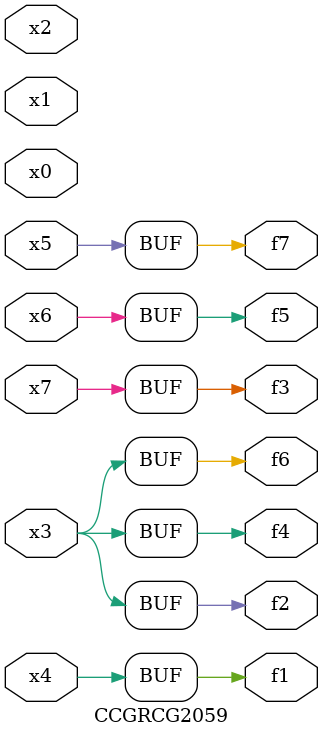
<source format=v>
module CCGRCG2059(
	input x0, x1, x2, x3, x4, x5, x6, x7,
	output f1, f2, f3, f4, f5, f6, f7
);
	assign f1 = x4;
	assign f2 = x3;
	assign f3 = x7;
	assign f4 = x3;
	assign f5 = x6;
	assign f6 = x3;
	assign f7 = x5;
endmodule

</source>
